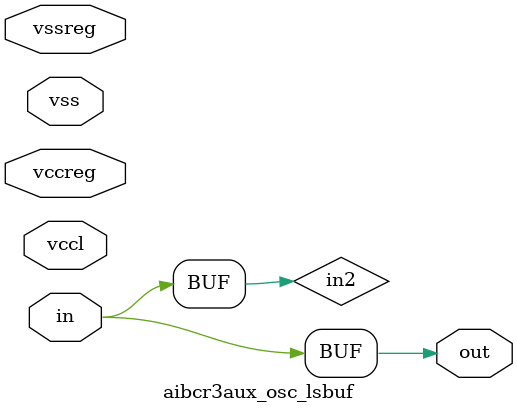
<source format=v>


module aibcr3aux_osc_lsbuf ( out, vccl, vccreg, vss, vssreg, in );

output  out;

inout  vccl, vccreg, vss, vssreg;

input  in;

wire in2b, in2, out, inb, in;



assign in2b = ~in2;
assign out = ~in2b;
assign in2 = ~inb;
assign inb = ~in;

endmodule


</source>
